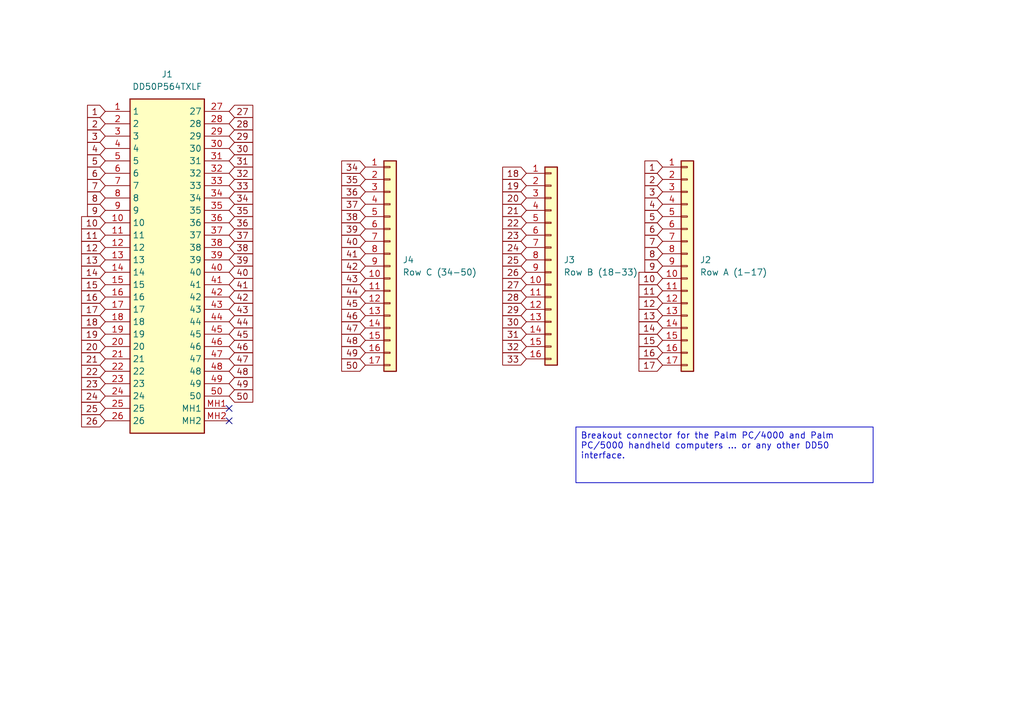
<source format=kicad_sch>
(kicad_sch (version 20250114) (generator "eeschema") (generator_version "9.0")
  (paper "A5")
  (title_block (title "Breakout Adaptor for DD50 Interface") (date "17-Jul-2025") (rev "A") (company "Brett Hallen") (comment 1 "www.youtube.com/@Brfff"))
  (lib_symbols
    (symbol "Clueless_Engineer:DD50P564TXLF"
      (property "Reference" "J" (at 8.89 20.32 0))
      (property "Value" "DD50P564TXLF" (at 8.89 17.78 0))
      (symbol "DD50P564TXLF_1_1"
        (rectangle (start -7.62 15.24) (end 7.62 -53.34) (stroke (width 0.254)) (fill (type background)))
        (pin passive line (at -12.7 12.7 0) (length 5.08) (name "1") (number "1"))
        (pin passive line (at -12.7 10.16 0) (length 5.08) (name "2") (number "2"))
        (pin passive line (at -12.7 7.62 0) (length 5.08) (name "3") (number "3"))
        (pin passive line (at -12.7 5.08 0) (length 5.08) (name "4") (number "4"))
        (pin passive line (at -12.7 2.54 0) (length 5.08) (name "5") (number "5"))
        (pin passive line (at -12.7 0 0) (length 5.08) (name "6") (number "6"))
        (pin passive line (at -12.7 -2.54 0) (length 5.08) (name "7") (number "7"))
        (pin passive line (at -12.7 -5.08 0) (length 5.08) (name "8") (number "8"))
        (pin passive line (at -12.7 -7.62 0) (length 5.08) (name "9") (number "9"))
        (pin passive line (at -12.7 -10.16 0) (length 5.08) (name "10") (number "10"))
        (pin passive line (at -12.7 -12.7 0) (length 5.08) (name "11") (number "11"))
        (pin passive line (at -12.7 -15.24 0) (length 5.08) (name "12") (number "12"))
        (pin passive line (at -12.7 -17.78 0) (length 5.08) (name "13") (number "13"))
        (pin passive line (at -12.7 -20.32 0) (length 5.08) (name "14") (number "14"))
        (pin passive line (at -12.7 -22.86 0) (length 5.08) (name "15") (number "15"))
        (pin passive line (at -12.7 -25.4 0) (length 5.08) (name "16") (number "16"))
        (pin passive line (at -12.7 -27.94 0) (length 5.08) (name "17") (number "17"))
        (pin passive line (at -12.7 -30.48 0) (length 5.08) (name "18") (number "18"))
        (pin passive line (at -12.7 -33.02 0) (length 5.08) (name "19") (number "19"))
        (pin passive line (at -12.7 -35.56 0) (length 5.08) (name "20") (number "20"))
        (pin passive line (at -12.7 -38.1 0) (length 5.08) (name "21") (number "21"))
        (pin passive line (at -12.7 -40.64 0) (length 5.08) (name "22") (number "22"))
        (pin passive line (at -12.7 -43.18 0) (length 5.08) (name "23") (number "23"))
        (pin passive line (at -12.7 -45.72 0) (length 5.08) (name "24") (number "24"))
        (pin passive line (at -12.7 -48.26 0) (length 5.08) (name "25") (number "25"))
        (pin passive line (at -12.7 -50.8 0) (length 5.08) (name "26") (number "26"))
        (pin passive line (at 12.7 12.7 180) (length 5.08) (name "27") (number "27"))
        (pin passive line (at 12.7 10.16 180) (length 5.08) (name "28") (number "28"))
        (pin passive line (at 12.7 7.62 180) (length 5.08) (name "29") (number "29"))
        (pin passive line (at 12.7 5.08 180) (length 5.08) (name "30") (number "30"))
        (pin passive line (at 12.7 2.54 180) (length 5.08) (name "31") (number "31"))
        (pin passive line (at 12.7 0 180) (length 5.08) (name "32") (number "32"))
        (pin passive line (at 12.7 -2.54 180) (length 5.08) (name "33") (number "33"))
        (pin passive line (at 12.7 -5.08 180) (length 5.08) (name "34") (number "34"))
        (pin passive line (at 12.7 -7.62 180) (length 5.08) (name "35") (number "35"))
        (pin passive line (at 12.7 -10.16 180) (length 5.08) (name "36") (number "36"))
        (pin passive line (at 12.7 -12.7 180) (length 5.08) (name "37") (number "37"))
        (pin passive line (at 12.7 -15.24 180) (length 5.08) (name "38") (number "38"))
        (pin passive line (at 12.7 -17.78 180) (length 5.08) (name "39") (number "39"))
        (pin passive line (at 12.7 -20.32 180) (length 5.08) (name "40") (number "40"))
        (pin passive line (at 12.7 -22.86 180) (length 5.08) (name "41") (number "41"))
        (pin passive line (at 12.7 -25.4 180) (length 5.08) (name "42") (number "42"))
        (pin passive line (at 12.7 -27.94 180) (length 5.08) (name "43") (number "43"))
        (pin passive line (at 12.7 -30.48 180) (length 5.08) (name "44") (number "44"))
        (pin passive line (at 12.7 -33.02 180) (length 5.08) (name "45") (number "45"))
        (pin passive line (at 12.7 -35.56 180) (length 5.08) (name "46") (number "46"))
        (pin passive line (at 12.7 -38.1 180) (length 5.08) (name "47") (number "47"))
        (pin passive line (at 12.7 -40.64 180) (length 5.08) (name "48") (number "48"))
        (pin passive line (at 12.7 -43.18 180) (length 5.08) (name "49") (number "49"))
        (pin passive line (at 12.7 -45.72 180) (length 5.08) (name "50") (number "50"))
        (pin passive line (at 12.7 -48.26 180) (length 5.08) (name "MH1") (number "MH1"))
        (pin passive line (at 12.7 -50.8 180) (length 5.08) (name "MH2") (number "MH2"))
      )
    )
    (symbol "Connector_Generic:Conn_01x16" (pin_names (offset 1.016) (hide yes))
      (property "Reference" "J" (at 0 20.32 0))
      (property "Value" "Conn_01x16" (at 0 -22.86 0))
      (symbol "Conn_01x16_1_1"
        (rectangle (start -1.27 19.05) (end 1.27 -21.59) (stroke (width 0.254)) (fill (type background)))
        (rectangle (start -1.27 17.907) (end 0 17.653) (stroke (width 0.1524)))
        (rectangle (start -1.27 15.367) (end 0 15.113) (stroke (width 0.1524)))
        (rectangle (start -1.27 12.827) (end 0 12.573) (stroke (width 0.1524)))
        (rectangle (start -1.27 10.287) (end 0 10.033) (stroke (width 0.1524)))
        (rectangle (start -1.27 7.747) (end 0 7.493) (stroke (width 0.1524)))
        (rectangle (start -1.27 5.207) (end 0 4.953) (stroke (width 0.1524)))
        (rectangle (start -1.27 2.667) (end 0 2.413) (stroke (width 0.1524)))
        (rectangle (start -1.27 0.127) (end 0 -0.127) (stroke (width 0.1524)))
        (rectangle (start -1.27 -2.413) (end 0 -2.667) (stroke (width 0.1524)))
        (rectangle (start -1.27 -4.953) (end 0 -5.207) (stroke (width 0.1524)))
        (rectangle (start -1.27 -7.493) (end 0 -7.747) (stroke (width 0.1524)))
        (rectangle (start -1.27 -10.033) (end 0 -10.287) (stroke (width 0.1524)))
        (rectangle (start -1.27 -12.573) (end 0 -12.827) (stroke (width 0.1524)))
        (rectangle (start -1.27 -15.113) (end 0 -15.367) (stroke (width 0.1524)))
        (rectangle (start -1.27 -17.653) (end 0 -17.907) (stroke (width 0.1524)))
        (rectangle (start -1.27 -20.193) (end 0 -20.447) (stroke (width 0.1524)))
        (pin passive line (at -5.08 17.78 0) (length 3.81) (name "Pin_1") (number "1"))
        (pin passive line (at -5.08 15.24 0) (length 3.81) (name "Pin_2") (number "2"))
        (pin passive line (at -5.08 12.7 0) (length 3.81) (name "Pin_3") (number "3"))
        (pin passive line (at -5.08 10.16 0) (length 3.81) (name "Pin_4") (number "4"))
        (pin passive line (at -5.08 7.62 0) (length 3.81) (name "Pin_5") (number "5"))
        (pin passive line (at -5.08 5.08 0) (length 3.81) (name "Pin_6") (number "6"))
        (pin passive line (at -5.08 2.54 0) (length 3.81) (name "Pin_7") (number "7"))
        (pin passive line (at -5.08 0 0) (length 3.81) (name "Pin_8") (number "8"))
        (pin passive line (at -5.08 -2.54 0) (length 3.81) (name "Pin_9") (number "9"))
        (pin passive line (at -5.08 -5.08 0) (length 3.81) (name "Pin_10") (number "10"))
        (pin passive line (at -5.08 -7.62 0) (length 3.81) (name "Pin_11") (number "11"))
        (pin passive line (at -5.08 -10.16 0) (length 3.81) (name "Pin_12") (number "12"))
        (pin passive line (at -5.08 -12.7 0) (length 3.81) (name "Pin_13") (number "13"))
        (pin passive line (at -5.08 -15.24 0) (length 3.81) (name "Pin_14") (number "14"))
        (pin passive line (at -5.08 -17.78 0) (length 3.81) (name "Pin_15") (number "15"))
        (pin passive line (at -5.08 -20.32 0) (length 3.81) (name "Pin_16") (number "16"))
      )
    )
    (symbol "Connector_Generic:Conn_01x17" (pin_names (offset 1.016) (hide yes))
      (property "Reference" "J" (at 0 22.86 0))
      (property "Value" "Conn_01x17" (at 0 -22.86 0))
      (symbol "Conn_01x17_1_1"
        (rectangle (start -1.27 21.59) (end 1.27 -21.59) (stroke (width 0.254)) (fill (type background)))
        (rectangle (start -1.27 20.447) (end 0 20.193) (stroke (width 0.1524)))
        (rectangle (start -1.27 17.907) (end 0 17.653) (stroke (width 0.1524)))
        (rectangle (start -1.27 15.367) (end 0 15.113) (stroke (width 0.1524)))
        (rectangle (start -1.27 12.827) (end 0 12.573) (stroke (width 0.1524)))
        (rectangle (start -1.27 10.287) (end 0 10.033) (stroke (width 0.1524)))
        (rectangle (start -1.27 7.747) (end 0 7.493) (stroke (width 0.1524)))
        (rectangle (start -1.27 5.207) (end 0 4.953) (stroke (width 0.1524)))
        (rectangle (start -1.27 2.667) (end 0 2.413) (stroke (width 0.1524)))
        (rectangle (start -1.27 0.127) (end 0 -0.127) (stroke (width 0.1524)))
        (rectangle (start -1.27 -2.413) (end 0 -2.667) (stroke (width 0.1524)))
        (rectangle (start -1.27 -4.953) (end 0 -5.207) (stroke (width 0.1524)))
        (rectangle (start -1.27 -7.493) (end 0 -7.747) (stroke (width 0.1524)))
        (rectangle (start -1.27 -10.033) (end 0 -10.287) (stroke (width 0.1524)))
        (rectangle (start -1.27 -12.573) (end 0 -12.827) (stroke (width 0.1524)))
        (rectangle (start -1.27 -15.113) (end 0 -15.367) (stroke (width 0.1524)))
        (rectangle (start -1.27 -17.653) (end 0 -17.907) (stroke (width 0.1524)))
        (rectangle (start -1.27 -20.193) (end 0 -20.447) (stroke (width 0.1524)))
        (pin passive line (at -5.08 20.32 0) (length 3.81) (name "Pin_1") (number "1"))
        (pin passive line (at -5.08 17.78 0) (length 3.81) (name "Pin_2") (number "2"))
        (pin passive line (at -5.08 15.24 0) (length 3.81) (name "Pin_3") (number "3"))
        (pin passive line (at -5.08 12.7 0) (length 3.81) (name "Pin_4") (number "4"))
        (pin passive line (at -5.08 10.16 0) (length 3.81) (name "Pin_5") (number "5"))
        (pin passive line (at -5.08 7.62 0) (length 3.81) (name "Pin_6") (number "6"))
        (pin passive line (at -5.08 5.08 0) (length 3.81) (name "Pin_7") (number "7"))
        (pin passive line (at -5.08 2.54 0) (length 3.81) (name "Pin_8") (number "8"))
        (pin passive line (at -5.08 0 0) (length 3.81) (name "Pin_9") (number "9"))
        (pin passive line (at -5.08 -2.54 0) (length 3.81) (name "Pin_10") (number "10"))
        (pin passive line (at -5.08 -5.08 0) (length 3.81) (name "Pin_11") (number "11"))
        (pin passive line (at -5.08 -7.62 0) (length 3.81) (name "Pin_12") (number "12"))
        (pin passive line (at -5.08 -10.16 0) (length 3.81) (name "Pin_13") (number "13"))
        (pin passive line (at -5.08 -12.7 0) (length 3.81) (name "Pin_14") (number "14"))
        (pin passive line (at -5.08 -15.24 0) (length 3.81) (name "Pin_15") (number "15"))
        (pin passive line (at -5.08 -17.78 0) (length 3.81) (name "Pin_16") (number "16"))
        (pin passive line (at -5.08 -20.32 0) (length 3.81) (name "Pin_17") (number "17"))
      )
    )
  )
  (text_box "Breakout connector for the Palm PC/4000 and Palm PC/5000 handheld computers ... or any other DD50 interface." (at 118.11 87.63 0) (size 60.96 11.43) (margins 0.9525 0.9525 0.9525 0.9525) (effects (font (size 1.27 1.27)) (justify left top)))
  (no_connect (at 46.99 83.82))
  (no_connect (at 46.99 86.36))
  (global_label "29" (shape input) (at 46.99 27.94 0) (property "Intersheetrefs" "${INTERSHEET_REFS}" (effects (hide yes))))
  (global_label "33" (shape input) (at 107.95 73.66 180) (property "Intersheetrefs" "${INTERSHEET_REFS}" (effects (hide yes))))
  (global_label "29" (shape input) (at 107.95 63.5 180) (property "Intersheetrefs" "${INTERSHEET_REFS}" (effects (hide yes))))
  (global_label "32" (shape input) (at 107.95 71.12 180) (property "Intersheetrefs" "${INTERSHEET_REFS}" (effects (hide yes))))
  (global_label "31" (shape input) (at 107.95 68.58 180) (property "Intersheetrefs" "${INTERSHEET_REFS}" (effects (hide yes))))
  (global_label "30" (shape input) (at 107.95 66.04 180) (property "Intersheetrefs" "${INTERSHEET_REFS}" (effects (hide yes))))
  (global_label "28" (shape input) (at 107.95 60.96 180) (property "Intersheetrefs" "${INTERSHEET_REFS}" (effects (hide yes))))
  (global_label "27" (shape input) (at 107.95 58.42 180) (property "Intersheetrefs" "${INTERSHEET_REFS}" (effects (hide yes))))
  (global_label "25" (shape input) (at 107.95 53.34 180) (property "Intersheetrefs" "${INTERSHEET_REFS}" (effects (hide yes))))
  (global_label "26" (shape input) (at 107.95 55.88 180) (property "Intersheetrefs" "${INTERSHEET_REFS}" (effects (hide yes))))
  (global_label "24" (shape input) (at 107.95 50.8 180) (property "Intersheetrefs" "${INTERSHEET_REFS}" (effects (hide yes))))
  (global_label "22" (shape input) (at 107.95 45.72 180) (property "Intersheetrefs" "${INTERSHEET_REFS}" (effects (hide yes))))
  (global_label "23" (shape input) (at 107.95 48.26 180) (property "Intersheetrefs" "${INTERSHEET_REFS}" (effects (hide yes))))
  (global_label "18" (shape input) (at 107.95 35.56 180) (property "Intersheetrefs" "${INTERSHEET_REFS}" (effects (hide yes))))
  (global_label "19" (shape input) (at 107.95 38.1 180) (property "Intersheetrefs" "${INTERSHEET_REFS}" (effects (hide yes))))
  (global_label "20" (shape input) (at 107.95 40.64 180) (property "Intersheetrefs" "${INTERSHEET_REFS}" (effects (hide yes))))
  (global_label "21" (shape input) (at 107.95 43.18 180) (property "Intersheetrefs" "${INTERSHEET_REFS}" (effects (hide yes))))
  (global_label "45" (shape input) (at 46.99 68.58 0) (property "Intersheetrefs" "${INTERSHEET_REFS}" (effects (hide yes))))
  (global_label "1" (shape input) (at 135.89 34.29 180) (property "Intersheetrefs" "${INTERSHEET_REFS}" (effects (hide yes))))
  (global_label "4" (shape input) (at 135.89 41.91 180) (property "Intersheetrefs" "${INTERSHEET_REFS}" (effects (hide yes))))
  (global_label "3" (shape input) (at 135.89 39.37 180) (property "Intersheetrefs" "${INTERSHEET_REFS}" (effects (hide yes))))
  (global_label "2" (shape input) (at 135.89 36.83 180) (property "Intersheetrefs" "${INTERSHEET_REFS}" (effects (hide yes))))
  (global_label "9" (shape input) (at 135.89 54.61 180) (property "Intersheetrefs" "${INTERSHEET_REFS}" (effects (hide yes))))
  (global_label "12" (shape input) (at 135.89 62.23 180) (property "Intersheetrefs" "${INTERSHEET_REFS}" (effects (hide yes))))
  (global_label "11" (shape input) (at 135.89 59.69 180) (property "Intersheetrefs" "${INTERSHEET_REFS}" (effects (hide yes))))
  (global_label "10" (shape input) (at 135.89 57.15 180) (property "Intersheetrefs" "${INTERSHEET_REFS}" (effects (hide yes))))
  (global_label "13" (shape input) (at 135.89 64.77 180) (property "Intersheetrefs" "${INTERSHEET_REFS}" (effects (hide yes))))
  (global_label "5" (shape input) (at 135.89 44.45 180) (property "Intersheetrefs" "${INTERSHEET_REFS}" (effects (hide yes))))
  (global_label "7" (shape input) (at 135.89 49.53 180) (property "Intersheetrefs" "${INTERSHEET_REFS}" (effects (hide yes))))
  (global_label "6" (shape input) (at 135.89 46.99 180) (property "Intersheetrefs" "${INTERSHEET_REFS}" (effects (hide yes))))
  (global_label "8" (shape input) (at 135.89 52.07 180) (property "Intersheetrefs" "${INTERSHEET_REFS}" (effects (hide yes))))
  (global_label "14" (shape input) (at 135.89 67.31 180) (property "Intersheetrefs" "${INTERSHEET_REFS}" (effects (hide yes))))
  (global_label "16" (shape input) (at 135.89 72.39 180) (property "Intersheetrefs" "${INTERSHEET_REFS}" (effects (hide yes))))
  (global_label "15" (shape input) (at 135.89 69.85 180) (property "Intersheetrefs" "${INTERSHEET_REFS}" (effects (hide yes))))
  (global_label "17" (shape input) (at 135.89 74.93 180) (property "Intersheetrefs" "${INTERSHEET_REFS}" (effects (hide yes))))
  (global_label "46" (shape input) (at 46.99 71.12 0) (property "Intersheetrefs" "${INTERSHEET_REFS}" (effects (hide yes))))
  (global_label "19" (shape input) (at 21.59 68.58 180) (property "Intersheetrefs" "${INTERSHEET_REFS}" (effects (hide yes))))
  (global_label "13" (shape input) (at 21.59 53.34 180) (property "Intersheetrefs" "${INTERSHEET_REFS}" (effects (hide yes))))
  (global_label "37" (shape input) (at 46.99 48.26 0) (property "Intersheetrefs" "${INTERSHEET_REFS}" (effects (hide yes))))
  (global_label "23" (shape input) (at 21.59 78.74 180) (property "Intersheetrefs" "${INTERSHEET_REFS}" (effects (hide yes))))
  (global_label "20" (shape input) (at 21.59 71.12 180) (property "Intersheetrefs" "${INTERSHEET_REFS}" (effects (hide yes))))
  (global_label "49" (shape input) (at 46.99 78.74 0) (property "Intersheetrefs" "${INTERSHEET_REFS}" (effects (hide yes))))
  (global_label "2" (shape input) (at 21.59 25.4 180) (property "Intersheetrefs" "${INTERSHEET_REFS}" (effects (hide yes))))
  (global_label "50" (shape input) (at 46.99 81.28 0) (property "Intersheetrefs" "${INTERSHEET_REFS}" (effects (hide yes))))
  (global_label "7" (shape input) (at 21.59 38.1 180) (property "Intersheetrefs" "${INTERSHEET_REFS}" (effects (hide yes))))
  (global_label "3" (shape input) (at 21.59 27.94 180) (property "Intersheetrefs" "${INTERSHEET_REFS}" (effects (hide yes))))
  (global_label "16" (shape input) (at 21.59 60.96 180) (property "Intersheetrefs" "${INTERSHEET_REFS}" (effects (hide yes))))
  (global_label "38" (shape input) (at 46.99 50.8 0) (property "Intersheetrefs" "${INTERSHEET_REFS}" (effects (hide yes))))
  (global_label "30" (shape input) (at 46.99 30.48 0) (property "Intersheetrefs" "${INTERSHEET_REFS}" (effects (hide yes))))
  (global_label "14" (shape input) (at 21.59 55.88 180) (property "Intersheetrefs" "${INTERSHEET_REFS}" (effects (hide yes))))
  (global_label "5" (shape input) (at 21.59 33.02 180) (property "Intersheetrefs" "${INTERSHEET_REFS}" (effects (hide yes))))
  (global_label "24" (shape input) (at 21.59 81.28 180) (property "Intersheetrefs" "${INTERSHEET_REFS}" (effects (hide yes))))
  (global_label "6" (shape input) (at 21.59 35.56 180) (property "Intersheetrefs" "${INTERSHEET_REFS}" (effects (hide yes))))
  (global_label "36" (shape input) (at 46.99 45.72 0) (property "Intersheetrefs" "${INTERSHEET_REFS}" (effects (hide yes))))
  (global_label "40" (shape input) (at 74.93 49.53 180) (property "Intersheetrefs" "${INTERSHEET_REFS}" (effects (hide yes))))
  (global_label "39" (shape input) (at 74.93 46.99 180) (property "Intersheetrefs" "${INTERSHEET_REFS}" (effects (hide yes))))
  (global_label "50" (shape input) (at 74.93 74.93 180) (property "Intersheetrefs" "${INTERSHEET_REFS}" (effects (hide yes))))
  (global_label "34" (shape input) (at 74.93 34.29 180) (property "Intersheetrefs" "${INTERSHEET_REFS}" (effects (hide yes))))
  (global_label "41" (shape input) (at 74.93 52.07 180) (property "Intersheetrefs" "${INTERSHEET_REFS}" (effects (hide yes))))
  (global_label "36" (shape input) (at 74.93 39.37 180) (property "Intersheetrefs" "${INTERSHEET_REFS}" (effects (hide yes))))
  (global_label "37" (shape input) (at 74.93 41.91 180) (property "Intersheetrefs" "${INTERSHEET_REFS}" (effects (hide yes))))
  (global_label "35" (shape input) (at 74.93 36.83 180) (property "Intersheetrefs" "${INTERSHEET_REFS}" (effects (hide yes))))
  (global_label "38" (shape input) (at 74.93 44.45 180) (property "Intersheetrefs" "${INTERSHEET_REFS}" (effects (hide yes))))
  (global_label "42" (shape input) (at 74.93 54.61 180) (property "Intersheetrefs" "${INTERSHEET_REFS}" (effects (hide yes))))
  (global_label "48" (shape input) (at 74.93 69.85 180) (property "Intersheetrefs" "${INTERSHEET_REFS}" (effects (hide yes))))
  (global_label "49" (shape input) (at 74.93 72.39 180) (property "Intersheetrefs" "${INTERSHEET_REFS}" (effects (hide yes))))
  (global_label "47" (shape input) (at 74.93 67.31 180) (property "Intersheetrefs" "${INTERSHEET_REFS}" (effects (hide yes))))
  (global_label "46" (shape input) (at 74.93 64.77 180) (property "Intersheetrefs" "${INTERSHEET_REFS}" (effects (hide yes))))
  (global_label "43" (shape input) (at 74.93 57.15 180) (property "Intersheetrefs" "${INTERSHEET_REFS}" (effects (hide yes))))
  (global_label "44" (shape input) (at 74.93 59.69 180) (property "Intersheetrefs" "${INTERSHEET_REFS}" (effects (hide yes))))
  (global_label "45" (shape input) (at 74.93 62.23 180) (property "Intersheetrefs" "${INTERSHEET_REFS}" (effects (hide yes))))
  (global_label "18" (shape input) (at 21.59 66.04 180) (property "Intersheetrefs" "${INTERSHEET_REFS}" (effects (hide yes))))
  (global_label "4" (shape input) (at 21.59 30.48 180) (property "Intersheetrefs" "${INTERSHEET_REFS}" (effects (hide yes))))
  (global_label "39" (shape input) (at 46.99 53.34 0) (property "Intersheetrefs" "${INTERSHEET_REFS}" (effects (hide yes))))
  (global_label "32" (shape input) (at 46.99 35.56 0) (property "Intersheetrefs" "${INTERSHEET_REFS}" (effects (hide yes))))
  (global_label "17" (shape input) (at 21.59 63.5 180) (property "Intersheetrefs" "${INTERSHEET_REFS}" (effects (hide yes))))
  (global_label "27" (shape input) (at 46.99 22.86 0) (property "Intersheetrefs" "${INTERSHEET_REFS}" (effects (hide yes))))
  (global_label "40" (shape input) (at 46.99 55.88 0) (property "Intersheetrefs" "${INTERSHEET_REFS}" (effects (hide yes))))
  (global_label "43" (shape input) (at 46.99 63.5 0) (property "Intersheetrefs" "${INTERSHEET_REFS}" (effects (hide yes))))
  (global_label "25" (shape input) (at 21.59 83.82 180) (property "Intersheetrefs" "${INTERSHEET_REFS}" (effects (hide yes))))
  (global_label "44" (shape input) (at 46.99 66.04 0) (property "Intersheetrefs" "${INTERSHEET_REFS}" (effects (hide yes))))
  (global_label "9" (shape input) (at 21.59 43.18 180) (property "Intersheetrefs" "${INTERSHEET_REFS}" (effects (hide yes))))
  (global_label "10" (shape input) (at 21.59 45.72 180) (property "Intersheetrefs" "${INTERSHEET_REFS}" (effects (hide yes))))
  (global_label "31" (shape input) (at 46.99 33.02 0) (property "Intersheetrefs" "${INTERSHEET_REFS}" (effects (hide yes))))
  (global_label "21" (shape input) (at 21.59 73.66 180) (property "Intersheetrefs" "${INTERSHEET_REFS}" (effects (hide yes))))
  (global_label "35" (shape input) (at 46.99 43.18 0) (property "Intersheetrefs" "${INTERSHEET_REFS}" (effects (hide yes))))
  (global_label "26" (shape input) (at 21.59 86.36 180) (property "Intersheetrefs" "${INTERSHEET_REFS}" (effects (hide yes))))
  (global_label "22" (shape input) (at 21.59 76.2 180) (property "Intersheetrefs" "${INTERSHEET_REFS}" (effects (hide yes))))
  (global_label "1" (shape input) (at 21.59 22.86 180) (property "Intersheetrefs" "${INTERSHEET_REFS}" (effects (hide yes))))
  (global_label "11" (shape input) (at 21.59 48.26 180) (property "Intersheetrefs" "${INTERSHEET_REFS}" (effects (hide yes))))
  (global_label "28" (shape input) (at 46.99 25.4 0) (property "Intersheetrefs" "${INTERSHEET_REFS}" (effects (hide yes))))
  (global_label "34" (shape input) (at 46.99 40.64 0) (property "Intersheetrefs" "${INTERSHEET_REFS}" (effects (hide yes))))
  (global_label "48" (shape input) (at 46.99 76.2 0) (property "Intersheetrefs" "${INTERSHEET_REFS}" (effects (hide yes))))
  (global_label "8" (shape input) (at 21.59 40.64 180) (property "Intersheetrefs" "${INTERSHEET_REFS}" (effects (hide yes))))
  (global_label "47" (shape input) (at 46.99 73.66 0) (property "Intersheetrefs" "${INTERSHEET_REFS}" (effects (hide yes))))
  (global_label "42" (shape input) (at 46.99 60.96 0) (property "Intersheetrefs" "${INTERSHEET_REFS}" (effects (hide yes))))
  (global_label "41" (shape input) (at 46.99 58.42 0) (property "Intersheetrefs" "${INTERSHEET_REFS}" (effects (hide yes))))
  (global_label "33" (shape input) (at 46.99 38.1 0) (property "Intersheetrefs" "${INTERSHEET_REFS}" (effects (hide yes))))
  (global_label "12" (shape input) (at 21.59 50.8 180) (property "Intersheetrefs" "${INTERSHEET_REFS}" (effects (hide yes))))
  (global_label "15" (shape input) (at 21.59 58.42 180) (property "Intersheetrefs" "${INTERSHEET_REFS}" (effects (hide yes))))
  (symbol (lib_id "Connector_Generic:Conn_01x17") (at 140.97 54.61 0) (unit 1)
    (property "Reference" "J2" (at 143.51 53.3399 0) (effects (justify left)))
    (property "Value" "Row A (1-17)" (at 143.51 55.8799 0) (effects (justify left)))
    (property "Footprint" "Connector_PinHeader_2.54mm:PinHeader_1x17_P2.54mm_Vertical" (effects (hide yes)))
    (property "Description" "Generic connector, single row, 01x17, script generated (kicad-library-utils/schlib/autogen/connector/)" (effects (hide yes)))
  )
  (symbol (lib_id "Connector_Generic:Conn_01x17") (at 80.01 54.61 0) (unit 1)
    (property "Reference" "J4" (at 82.55 53.3399 0) (effects (justify left)))
    (property "Value" "Row C (34-50)" (at 82.55 55.8799 0) (effects (justify left)))
    (property "Footprint" "Connector_PinHeader_2.54mm:PinHeader_1x17_P2.54mm_Vertical" (effects (hide yes)))
    (property "Description" "Generic connector, single row, 01x17, script generated (kicad-library-utils/schlib/autogen/connector/)" (effects (hide yes)))
  )
  (symbol (lib_id "Connector_Generic:Conn_01x16") (at 113.03 53.34 0) (unit 1)
    (property "Reference" "J3" (at 115.57 53.3399 0) (effects (justify left)))
    (property "Value" "Row B (18-33)" (at 115.57 55.8799 0) (effects (justify left)))
    (property "Footprint" "Connector_PinHeader_2.54mm:PinHeader_1x16_P2.54mm_Vertical" (effects (hide yes)))
    (property "Description" "Generic connector, single row, 01x16, script generated (kicad-library-utils/schlib/autogen/connector/)" (effects (hide yes)))
  )
  (symbol (lib_id "Clueless_Engineer:DD50P564TXLF") (at 34.29 35.56 0) (unit 1)
    (property "Reference" "J1" (at 34.29 15.24 0))
    (property "Value" "DD50P564TXLF" (at 34.29 17.78 0))
    (property "Footprint" "Connector_Dsub:DSUB-50_Pins" (effects (hide yes)))
    (property "Datasheet" "https://cdn.amphenol-cs.com/media/wysiwyg/files/drawing/c-dsub-0066.pdf" (effects (hide yes)))
    (property "Description" "D-Sub Standard Board Mount Connector, Input Output Connectors, Signal 50 Way Pin Right Angle, without Accessory." (effects (hide yes)))
    (property "Height" "15.75" (effects (hide yes)))
    (property "Manufacturer_Name" "Amphenol" (effects (hide yes)))
    (property "Manufacturer_Part_Number" "DD50P564TXLF" (effects (hide yes)))
  )
)
</source>
